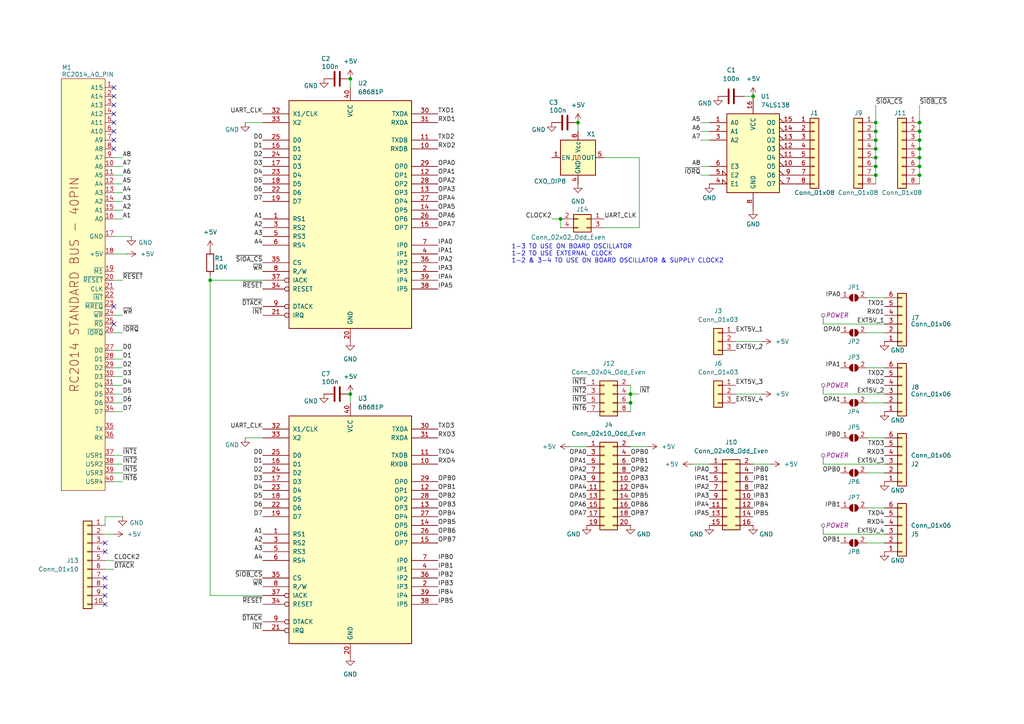
<source format=kicad_sch>
(kicad_sch (version 20231120) (generator "eeschema") (generator_version "8.0")
  (paper "A4")
  (lib_symbols
    (symbol "74xx:74LS138" (pin_names (offset 1.016))
      (property "Reference" "U" (at -7.62 11.43 0))
      (property "Value" "74LS138" (at -7.62 -13.97 0))
      (symbol "74LS138_1_0"
        (pin input line (at -12.7 7.62 0) (length 5.08) (name "A0") (number "1"))
        (pin output output_low (at 12.7 -5.08 180) (length 5.08) (name "O5") (number "10"))
        (pin output output_low (at 12.7 -2.54 180) (length 5.08) (name "O4") (number "11"))
        (pin output output_low (at 12.7 0 180) (length 5.08) (name "O3") (number "12"))
        (pin output output_low (at 12.7 2.54 180) (length 5.08) (name "O2") (number "13"))
        (pin output output_low (at 12.7 5.08 180) (length 5.08) (name "O1") (number "14"))
        (pin output output_low (at 12.7 7.62 180) (length 5.08) (name "O0") (number "15"))
        (pin power_in line (at 0 15.24 270) (length 5.08) (name "VCC") (number "16"))
        (pin input line (at -12.7 5.08 0) (length 5.08) (name "A1") (number "2"))
        (pin input line (at -12.7 2.54 0) (length 5.08) (name "A2") (number "3"))
        (pin input input_low (at -12.7 -10.16 0) (length 5.08) (name "E1") (number "4"))
        (pin input input_low (at -12.7 -7.62 0) (length 5.08) (name "E2") (number "5"))
        (pin input line (at -12.7 -5.08 0) (length 5.08) (name "E3") (number "6"))
        (pin output output_low (at 12.7 -10.16 180) (length 5.08) (name "O7") (number "7"))
        (pin power_in line (at 0 -17.78 90) (length 5.08) (name "GND") (number "8"))
        (pin output output_low (at 12.7 -7.62 180) (length 5.08) (name "O6") (number "9"))
      )
    )
    (symbol "Connector_Generic:Conn_01x03" (pin_names (offset 1.016) hide)
      (property "Reference" "J" (at 0 5.08 0))
      (property "Value" "Conn_01x03" (at 0 -5.08 0))
      (symbol "Conn_01x03_1_1"
        (pin passive line (at -5.08 2.54 0) (length 3.81) (name "Pin_1") (number "1"))
        (pin passive line (at -5.08 0 0) (length 3.81) (name "Pin_2") (number "2"))
        (pin passive line (at -5.08 -2.54 0) (length 3.81) (name "Pin_3") (number "3"))
      )
    )
    (symbol "Connector_Generic:Conn_01x06" (pin_names (offset 1.016) hide)
      (property "Reference" "J" (at 0 7.62 0))
      (property "Value" "Conn_01x06" (at 0 -10.16 0))
      (symbol "Conn_01x06_1_1"
        (pin passive line (at -5.08 5.08 0) (length 3.81) (name "Pin_1") (number "1"))
        (pin passive line (at -5.08 2.54 0) (length 3.81) (name "Pin_2") (number "2"))
        (pin passive line (at -5.08 0 0) (length 3.81) (name "Pin_3") (number "3"))
        (pin passive line (at -5.08 -2.54 0) (length 3.81) (name "Pin_4") (number "4"))
        (pin passive line (at -5.08 -5.08 0) (length 3.81) (name "Pin_5") (number "5"))
        (pin passive line (at -5.08 -7.62 0) (length 3.81) (name "Pin_6") (number "6"))
      )
    )
    (symbol "Connector_Generic:Conn_01x08" (pin_names (offset 1.016) hide)
      (property "Reference" "J" (at 0 10.16 0))
      (property "Value" "Conn_01x08" (at 0 -12.7 0))
      (symbol "Conn_01x08_1_1"
        (pin passive line (at -5.08 7.62 0) (length 3.81) (name "Pin_1") (number "1"))
        (pin passive line (at -5.08 5.08 0) (length 3.81) (name "Pin_2") (number "2"))
        (pin passive line (at -5.08 2.54 0) (length 3.81) (name "Pin_3") (number "3"))
        (pin passive line (at -5.08 0 0) (length 3.81) (name "Pin_4") (number "4"))
        (pin passive line (at -5.08 -2.54 0) (length 3.81) (name "Pin_5") (number "5"))
        (pin passive line (at -5.08 -5.08 0) (length 3.81) (name "Pin_6") (number "6"))
        (pin passive line (at -5.08 -7.62 0) (length 3.81) (name "Pin_7") (number "7"))
        (pin passive line (at -5.08 -10.16 0) (length 3.81) (name "Pin_8") (number "8"))
      )
    )
    (symbol "Connector_Generic:Conn_01x10" (pin_names (offset 1.016) hide)
      (property "Reference" "J" (at 0 12.7 0))
      (property "Value" "Conn_01x10" (at 0 -15.24 0))
      (symbol "Conn_01x10_1_1"
        (pin passive line (at -5.08 10.16 0) (length 3.81) (name "Pin_1") (number "1"))
        (pin passive line (at -5.08 -12.7 0) (length 3.81) (name "Pin_10") (number "10"))
        (pin passive line (at -5.08 7.62 0) (length 3.81) (name "Pin_2") (number "2"))
        (pin passive line (at -5.08 5.08 0) (length 3.81) (name "Pin_3") (number "3"))
        (pin passive line (at -5.08 2.54 0) (length 3.81) (name "Pin_4") (number "4"))
        (pin passive line (at -5.08 0 0) (length 3.81) (name "Pin_5") (number "5"))
        (pin passive line (at -5.08 -2.54 0) (length 3.81) (name "Pin_6") (number "6"))
        (pin passive line (at -5.08 -5.08 0) (length 3.81) (name "Pin_7") (number "7"))
        (pin passive line (at -5.08 -7.62 0) (length 3.81) (name "Pin_8") (number "8"))
        (pin passive line (at -5.08 -10.16 0) (length 3.81) (name "Pin_9") (number "9"))
      )
    )
    (symbol "Connector_Generic:Conn_02x02_Odd_Even" (pin_names (offset 1.016) hide)
      (property "Reference" "J" (at 1.27 2.54 0))
      (property "Value" "Conn_02x02_Odd_Even" (at 1.27 -5.08 0))
      (symbol "Conn_02x02_Odd_Even_1_1"
        (pin passive line (at -5.08 0 0) (length 3.81) (name "Pin_1") (number "1"))
        (pin passive line (at 7.62 0 180) (length 3.81) (name "Pin_2") (number "2"))
        (pin passive line (at -5.08 -2.54 0) (length 3.81) (name "Pin_3") (number "3"))
        (pin passive line (at 7.62 -2.54 180) (length 3.81) (name "Pin_4") (number "4"))
      )
    )
    (symbol "Connector_Generic:Conn_02x04_Odd_Even" (pin_names (offset 1.016) hide)
      (property "Reference" "J" (at 1.27 5.08 0))
      (property "Value" "Conn_02x04_Odd_Even" (at 1.27 -7.62 0))
      (symbol "Conn_02x04_Odd_Even_1_1"
        (pin passive line (at -5.08 2.54 0) (length 3.81) (name "Pin_1") (number "1"))
        (pin passive line (at 7.62 2.54 180) (length 3.81) (name "Pin_2") (number "2"))
        (pin passive line (at -5.08 0 0) (length 3.81) (name "Pin_3") (number "3"))
        (pin passive line (at 7.62 0 180) (length 3.81) (name "Pin_4") (number "4"))
        (pin passive line (at -5.08 -2.54 0) (length 3.81) (name "Pin_5") (number "5"))
        (pin passive line (at 7.62 -2.54 180) (length 3.81) (name "Pin_6") (number "6"))
        (pin passive line (at -5.08 -5.08 0) (length 3.81) (name "Pin_7") (number "7"))
        (pin passive line (at 7.62 -5.08 180) (length 3.81) (name "Pin_8") (number "8"))
      )
    )
    (symbol "Connector_Generic:Conn_02x08_Odd_Even" (pin_names (offset 1.016) hide)
      (property "Reference" "J" (at 1.27 10.16 0))
      (property "Value" "Conn_02x08_Odd_Even" (at 1.27 -12.7 0))
      (symbol "Conn_02x08_Odd_Even_1_1"
        (pin passive line (at -5.08 7.62 0) (length 3.81) (name "Pin_1") (number "1"))
        (pin passive line (at 7.62 -2.54 180) (length 3.81) (name "Pin_10") (number "10"))
        (pin passive line (at -5.08 -5.08 0) (length 3.81) (name "Pin_11") (number "11"))
        (pin passive line (at 7.62 -5.08 180) (length 3.81) (name "Pin_12") (number "12"))
        (pin passive line (at -5.08 -7.62 0) (length 3.81) (name "Pin_13") (number "13"))
        (pin passive line (at 7.62 -7.62 180) (length 3.81) (name "Pin_14") (number "14"))
        (pin passive line (at -5.08 -10.16 0) (length 3.81) (name "Pin_15") (number "15"))
        (pin passive line (at 7.62 -10.16 180) (length 3.81) (name "Pin_16") (number "16"))
        (pin passive line (at 7.62 7.62 180) (length 3.81) (name "Pin_2") (number "2"))
        (pin passive line (at -5.08 5.08 0) (length 3.81) (name "Pin_3") (number "3"))
        (pin passive line (at 7.62 5.08 180) (length 3.81) (name "Pin_4") (number "4"))
        (pin passive line (at -5.08 2.54 0) (length 3.81) (name "Pin_5") (number "5"))
        (pin passive line (at 7.62 2.54 180) (length 3.81) (name "Pin_6") (number "6"))
        (pin passive line (at -5.08 0 0) (length 3.81) (name "Pin_7") (number "7"))
        (pin passive line (at 7.62 0 180) (length 3.81) (name "Pin_8") (number "8"))
        (pin passive line (at -5.08 -2.54 0) (length 3.81) (name "Pin_9") (number "9"))
      )
    )
    (symbol "Connector_Generic:Conn_02x10_Odd_Even" (pin_names (offset 1.016) hide)
      (property "Reference" "J" (at 1.27 12.7 0))
      (property "Value" "Conn_02x10_Odd_Even" (at 1.27 -15.24 0))
      (symbol "Conn_02x10_Odd_Even_1_1"
        (pin passive line (at -5.08 10.16 0) (length 3.81) (name "Pin_1") (number "1"))
        (pin passive line (at 7.62 0 180) (length 3.81) (name "Pin_10") (number "10"))
        (pin passive line (at -5.08 -2.54 0) (length 3.81) (name "Pin_11") (number "11"))
        (pin passive line (at 7.62 -2.54 180) (length 3.81) (name "Pin_12") (number "12"))
        (pin passive line (at -5.08 -5.08 0) (length 3.81) (name "Pin_13") (number "13"))
        (pin passive line (at 7.62 -5.08 180) (length 3.81) (name "Pin_14") (number "14"))
        (pin passive line (at -5.08 -7.62 0) (length 3.81) (name "Pin_15") (number "15"))
        (pin passive line (at 7.62 -7.62 180) (length 3.81) (name "Pin_16") (number "16"))
        (pin passive line (at -5.08 -10.16 0) (length 3.81) (name "Pin_17") (number "17"))
        (pin passive line (at 7.62 -10.16 180) (length 3.81) (name "Pin_18") (number "18"))
        (pin passive line (at -5.08 -12.7 0) (length 3.81) (name "Pin_19") (number "19"))
        (pin passive line (at 7.62 10.16 180) (length 3.81) (name "Pin_2") (number "2"))
        (pin passive line (at 7.62 -12.7 180) (length 3.81) (name "Pin_20") (number "20"))
        (pin passive line (at -5.08 7.62 0) (length 3.81) (name "Pin_3") (number "3"))
        (pin passive line (at 7.62 7.62 180) (length 3.81) (name "Pin_4") (number "4"))
        (pin passive line (at -5.08 5.08 0) (length 3.81) (name "Pin_5") (number "5"))
        (pin passive line (at 7.62 5.08 180) (length 3.81) (name "Pin_6") (number "6"))
        (pin passive line (at -5.08 2.54 0) (length 3.81) (name "Pin_7") (number "7"))
        (pin passive line (at 7.62 2.54 180) (length 3.81) (name "Pin_8") (number "8"))
        (pin passive line (at -5.08 0 0) (length 3.81) (name "Pin_9") (number "9"))
      )
    )
    (symbol "Device:C" (pin_numbers hide) (pin_names (offset 0.254))
      (property "Reference" "C" (at 0.635 2.54 0))
      (property "Value" "C" (at 0.635 -2.54 0))
      (symbol "C_1_1"
        (pin passive line (at 0 3.81 270) (length 2.794) (name "~") (number "1"))
        (pin passive line (at 0 -3.81 90) (length 2.794) (name "~") (number "2"))
      )
    )
    (symbol "Device:R" (pin_numbers hide) (pin_names (offset 0))
      (property "Reference" "R" (at 2.032 0 90))
      (property "Value" "R" (at 0 0 90))
      (symbol "R_1_1"
        (pin passive line (at 0 3.81 270) (length 1.27) (name "~") (number "1"))
        (pin passive line (at 0 -3.81 90) (length 1.27) (name "~") (number "2"))
      )
    )
    (symbol "Jumper:SolderJumper_2_Open" (pin_names (offset 0) hide)
      (property "Reference" "JP" (at 0 2.032 0))
      (property "Value" "SolderJumper_2_Open" (at 0 -2.54 0))
      (symbol "SolderJumper_2_Open_1_1"
        (pin passive line (at -3.81 0 0) (length 2.54) (name "A") (number "1"))
        (pin passive line (at 3.81 0 180) (length 2.54) (name "B") (number "2"))
      )
    )
    (symbol "MyLibrary2023:68681P" (pin_names (offset 1.016))
      (property "Reference" "U" (at 0 3.81 0))
      (property "Value" "68681P" (at 0 -2.54 0))
      (symbol "68681P_1_1"
        (pin input line (at -25.4 0 0) (length 7.62) (name "RS1") (number "1"))
        (pin input line (at 25.4 20.32 180) (length 7.62) (name "RXDB") (number "10"))
        (pin output line (at 25.4 22.86 180) (length 7.62) (name "TXDB") (number "11"))
        (pin output line (at 25.4 12.7 180) (length 7.62) (name "OP1") (number "12"))
        (pin output line (at 25.4 7.62 180) (length 7.62) (name "OP3") (number "13"))
        (pin output line (at 25.4 2.54 180) (length 7.62) (name "OP5") (number "14"))
        (pin output line (at 25.4 -2.54 180) (length 7.62) (name "OP7") (number "15"))
        (pin tri_state line (at -25.4 20.32 0) (length 7.62) (name "D1") (number "16"))
        (pin tri_state line (at -25.4 15.24 0) (length 7.62) (name "D3") (number "17"))
        (pin tri_state line (at -25.4 10.16 0) (length 7.62) (name "D5") (number "18"))
        (pin tri_state line (at -25.4 5.08 0) (length 7.62) (name "D7") (number "19"))
        (pin input line (at 25.4 -15.24 180) (length 7.62) (name "IP3") (number "2"))
        (pin power_in line (at 0 -35.56 90) (length 3.81) (name "GND") (number "20"))
        (pin output inverted (at -25.4 -27.94 0) (length 7.62) (name "IRQ") (number "21"))
        (pin tri_state line (at -25.4 7.62 0) (length 7.62) (name "D6") (number "22"))
        (pin tri_state line (at -25.4 12.7 0) (length 7.62) (name "D4") (number "23"))
        (pin tri_state line (at -25.4 17.78 0) (length 7.62) (name "D2") (number "24"))
        (pin tri_state line (at -25.4 22.86 0) (length 7.62) (name "D0") (number "25"))
        (pin output line (at 25.4 0 180) (length 7.62) (name "OP6") (number "26"))
        (pin output line (at 25.4 5.08 180) (length 7.62) (name "OP4") (number "27"))
        (pin output line (at 25.4 10.16 180) (length 7.62) (name "OP2") (number "28"))
        (pin output line (at 25.4 15.24 180) (length 7.62) (name "OP0") (number "29"))
        (pin input line (at -25.4 -2.54 0) (length 7.62) (name "RS2") (number "3"))
        (pin output line (at 25.4 30.48 180) (length 7.62) (name "TXDA") (number "30"))
        (pin input line (at 25.4 27.94 180) (length 7.62) (name "RXDA") (number "31"))
        (pin input line (at -25.4 30.48 0) (length 7.62) (name "X1/CLK") (number "32"))
        (pin input line (at -25.4 27.94 0) (length 7.62) (name "X2") (number "33"))
        (pin input inverted (at -25.4 -20.32 0) (length 7.62) (name "RESET") (number "34"))
        (pin input line (at -25.4 -12.7 0) (length 7.62) (name "CS") (number "35"))
        (pin input line (at 25.4 -12.7 180) (length 7.62) (name "IP2") (number "36"))
        (pin input inverted (at -25.4 -17.78 0) (length 7.62) (name "IACK") (number "37"))
        (pin input line (at 25.4 -20.32 180) (length 7.62) (name "IP5") (number "38"))
        (pin input line (at 25.4 -17.78 180) (length 7.62) (name "IP4") (number "39"))
        (pin input line (at 25.4 -10.16 180) (length 7.62) (name "IP1") (number "4"))
        (pin power_in line (at 0 38.1 270) (length 3.81) (name "VCC") (number "40"))
        (pin input line (at -25.4 -5.08 0) (length 7.62) (name "RS3") (number "5"))
        (pin input line (at -25.4 -7.62 0) (length 7.62) (name "RS4") (number "6"))
        (pin input line (at 25.4 -7.62 180) (length 7.62) (name "IP0") (number "7"))
        (pin input line (at -25.4 -15.24 0) (length 7.62) (name "R/W") (number "8"))
        (pin open_collector inverted (at -25.4 -25.4 0) (length 7.62) (name "DTACK") (number "9"))
      )
    )
    (symbol "MyLibrary2023:RC2014_40_PIN"
      (property "Reference" "M" (at -6.35 57.15 0))
      (property "Value" "RC2014_40_PIN" (at 0 -64.77 0))
      (symbol "RC2014_40_PIN_1_1"
        (text "RC2014 STANDARD BUS - 40PIN" (at -3.81 -3.81 900) (effects (font (size 2.5 2.5))))
        (pin bidirectional line (at 7.62 53.34 180) (length 2.54) (name "A15") (number "1"))
        (pin bidirectional line (at 7.62 30.48 180) (length 2.54) (name "A6") (number "10"))
        (pin bidirectional line (at 7.62 27.94 180) (length 2.54) (name "A5") (number "11"))
        (pin bidirectional line (at 7.62 25.4 180) (length 2.54) (name "A4") (number "12"))
        (pin bidirectional line (at 7.62 22.86 180) (length 2.54) (name "A3") (number "13"))
        (pin bidirectional line (at 7.62 20.32 180) (length 2.54) (name "A2") (number "14"))
        (pin bidirectional line (at 7.62 17.78 180) (length 2.54) (name "A1") (number "15"))
        (pin bidirectional line (at 7.62 15.24 180) (length 2.54) (name "A0") (number "16"))
        (pin power_out line (at 7.62 10.16 180) (length 2.54) (name "GND") (number "17"))
        (pin bidirectional line (at 7.62 5.08 180) (length 2.54) (name "+5V") (number "18"))
        (pin bidirectional line (at 7.62 0 180) (length 2.54) (name "~{M1}") (number "19"))
        (pin bidirectional line (at 7.62 50.8 180) (length 2.54) (name "A14") (number "2"))
        (pin bidirectional line (at 7.62 -2.54 180) (length 2.54) (name "~{RESET}") (number "20"))
        (pin bidirectional line (at 7.62 -5.08 180) (length 2.54) (name "CLK") (number "21"))
        (pin bidirectional line (at 7.62 -7.62 180) (length 2.54) (name "~{INT}") (number "22"))
        (pin bidirectional line (at 7.62 -10.16 180) (length 2.54) (name "~{MREQ}") (number "23"))
        (pin bidirectional line (at 7.62 -12.7 180) (length 2.54) (name "~{WR}") (number "24"))
        (pin bidirectional line (at 7.62 -15.24 180) (length 2.54) (name "~{RD}") (number "25"))
        (pin bidirectional line (at 7.62 -17.78 180) (length 2.54) (name "~{IORQ}") (number "26"))
        (pin bidirectional line (at 7.62 -22.86 180) (length 2.54) (name "D0") (number "27"))
        (pin bidirectional line (at 7.62 -25.4 180) (length 2.54) (name "D1") (number "28"))
        (pin bidirectional line (at 7.62 -27.94 180) (length 2.54) (name "D2") (number "29"))
        (pin bidirectional line (at 7.62 48.26 180) (length 2.54) (name "A13") (number "3"))
        (pin bidirectional line (at 7.62 -30.48 180) (length 2.54) (name "D3") (number "30"))
        (pin bidirectional line (at 7.62 -33.02 180) (length 2.54) (name "D4") (number "31"))
        (pin bidirectional line (at 7.62 -35.56 180) (length 2.54) (name "D5") (number "32"))
        (pin bidirectional line (at 7.62 -38.1 180) (length 2.54) (name "D6") (number "33"))
        (pin bidirectional line (at 7.62 -40.64 180) (length 2.54) (name "D7") (number "34"))
        (pin bidirectional line (at 7.62 -45.72 180) (length 2.54) (name "TX") (number "35"))
        (pin bidirectional line (at 7.62 -48.26 180) (length 2.54) (name "RX") (number "36"))
        (pin bidirectional line (at 7.62 -53.34 180) (length 2.54) (name "USR1") (number "37"))
        (pin bidirectional line (at 7.62 -55.88 180) (length 2.54) (name "USR2") (number "38"))
        (pin bidirectional line (at 7.62 -58.42 180) (length 2.54) (name "USR3") (number "39"))
        (pin bidirectional line (at 7.62 45.72 180) (length 2.54) (name "A12") (number "4"))
        (pin bidirectional line (at 7.62 -60.96 180) (length 2.54) (name "USR4") (number "40"))
        (pin bidirectional line (at 7.62 43.18 180) (length 2.54) (name "A11") (number "5"))
        (pin bidirectional line (at 7.62 40.64 180) (length 2.54) (name "A10") (number "6"))
        (pin bidirectional line (at 7.62 38.1 180) (length 2.54) (name "A9") (number "7"))
        (pin bidirectional line (at 7.62 35.56 180) (length 2.54) (name "A8") (number "8"))
        (pin bidirectional line (at 7.62 33.02 180) (length 2.54) (name "A7") (number "9"))
      )
    )
    (symbol "Oscillator:CXO_DIP8" (pin_names (offset 0.254))
      (property "Reference" "X" (at -5.08 6.35 0))
      (property "Value" "CXO_DIP8" (at 1.27 -6.35 0))
      (symbol "CXO_DIP8_1_1"
        (pin input line (at -7.62 0 0) (length 2.54) (name "EN") (number "1"))
        (pin power_in line (at 0 -7.62 90) (length 2.54) (name "GND") (number "4"))
        (pin output line (at 7.62 0 180) (length 2.54) (name "OUT") (number "5"))
        (pin power_in line (at 0 7.62 270) (length 2.54) (name "Vcc") (number "8"))
      )
    )
    (symbol "power:+5V" (power) (pin_numbers hide) (pin_names (offset 0) hide)
      (property "Value" "+5V" (at 0 3.556 0))
      (symbol "+5V_1_1"
        (pin power_in line (at 0 0 90) (length 0) (name "~") (number "1"))
      )
    )
    (symbol "power:GND" (power) (pin_numbers hide) (pin_names (offset 0) hide)
      (property "Value" "GND" (at 0 -3.81 0))
      (symbol "GND_1_1"
        (pin power_in line (at 0 0 270) (length 0) (name "~") (number "1"))
      )
    )
  )
  (junction (at 254 40.64))
  (junction (at 60.96 81.28))
  (junction (at 266.7 38.1))
  (junction (at 254 38.1))
  (junction (at 254 35.56))
  (junction (at 266.7 48.26))
  (junction (at 182.88 114.3))
  (junction (at 266.7 50.8))
  (junction (at 266.7 35.56))
  (junction (at 266.7 43.18))
  (junction (at 266.7 40.64))
  (junction (at 218.44 27.94))
  (junction (at 254 45.72))
  (junction (at 266.7 45.72))
  (junction (at 101.6 22.86))
  (junction (at 254 50.8))
  (junction (at 254 43.18))
  (junction (at 167.64 35.56))
  (junction (at 254 48.26))
  (junction (at 182.88 116.84))
  (junction (at 162.56 63.5))
  (junction (at 101.6 114.3))
  (no_connect (at 30.48 175.26))
  (no_connect (at 33.02 25.4))
  (no_connect (at 30.48 167.64))
  (no_connect (at 33.02 43.18))
  (no_connect (at 33.02 27.94))
  (no_connect (at 30.48 160.02))
  (no_connect (at 30.48 157.48))
  (no_connect (at 33.02 88.9))
  (no_connect (at 33.02 38.1))
  (no_connect (at 33.02 33.02))
  (no_connect (at 33.02 40.64))
  (no_connect (at 33.02 93.98))
  (no_connect (at 33.02 35.56))
  (no_connect (at 30.48 170.18))
  (no_connect (at 30.48 172.72))
  (no_connect (at 33.02 30.48))
  (wire (pts (xy 33.02 119.38) (xy 35.56 119.38)))
  (wire (pts (xy 251.46 127) (xy 256.54 127)))
  (wire (pts (xy 33.02 48.26) (xy 35.56 48.26)))
  (wire (pts (xy 33.02 116.84) (xy 35.56 116.84)))
  (wire (pts (xy 101.6 22.86) (xy 101.6 25.4)))
  (wire (pts (xy 162.56 63.5) (xy 160.02 63.5)))
  (wire (pts (xy 33.02 96.52) (xy 35.56 96.52)))
  (wire (pts (xy 35.56 149.86) (xy 30.48 149.86)))
  (wire (pts (xy 33.02 114.3) (xy 35.56 114.3)))
  (wire (pts (xy 215.9 27.94) (xy 218.44 27.94)))
  (wire (pts (xy 254 48.26) (xy 254 50.8)))
  (wire (pts (xy 33.02 111.76) (xy 35.56 111.76)))
  (wire (pts (xy 76.2 81.28) (xy 60.96 81.28)))
  (wire (pts (xy 165.1 129.54) (xy 170.18 129.54)))
  (wire (pts (xy 251.46 106.68) (xy 256.54 106.68)))
  (wire (pts (xy 251.46 137.16) (xy 256.54 137.16)))
  (wire (pts (xy 254 50.8) (xy 254 53.34)))
  (wire (pts (xy 182.88 129.54) (xy 187.96 129.54)))
  (wire (pts (xy 35.56 63.5) (xy 33.02 63.5)))
  (wire (pts (xy 35.56 139.7) (xy 33.02 139.7)))
  (wire (pts (xy 71.12 35.56) (xy 76.2 35.56)))
  (wire (pts (xy 33.02 68.58) (xy 38.1 68.58)))
  (wire (pts (xy 175.26 66.04) (xy 185.42 66.04)))
  (wire (pts (xy 30.48 165.1) (xy 33.02 165.1)))
  (wire (pts (xy 254 38.1) (xy 254 40.64)))
  (wire (pts (xy 238.76 93.98) (xy 256.54 93.98)))
  (wire (pts (xy 33.02 53.34) (xy 35.56 53.34)))
  (wire (pts (xy 266.7 30.48) (xy 266.7 35.56)))
  (wire (pts (xy 182.88 116.84) (xy 182.88 119.38)))
  (wire (pts (xy 266.7 50.8) (xy 266.7 53.34)))
  (wire (pts (xy 35.56 55.88) (xy 33.02 55.88)))
  (wire (pts (xy 203.2 48.26) (xy 205.74 48.26)))
  (wire (pts (xy 182.88 111.76) (xy 182.88 114.3)))
  (wire (pts (xy 33.02 104.14) (xy 35.56 104.14)))
  (wire (pts (xy 203.2 40.64) (xy 205.74 40.64)))
  (wire (pts (xy 33.02 50.8) (xy 35.56 50.8)))
  (wire (pts (xy 33.02 91.44) (xy 35.56 91.44)))
  (wire (pts (xy 71.12 127) (xy 76.2 127)))
  (wire (pts (xy 33.02 154.94) (xy 30.48 154.94)))
  (wire (pts (xy 254 30.48) (xy 254 35.56)))
  (wire (pts (xy 218.44 134.62) (xy 223.52 134.62)))
  (wire (pts (xy 35.56 134.62) (xy 33.02 134.62)))
  (wire (pts (xy 76.2 172.72) (xy 60.96 172.72)))
  (wire (pts (xy 185.42 66.04) (xy 185.42 45.72)))
  (wire (pts (xy 266.7 48.26) (xy 266.7 50.8)))
  (wire (pts (xy 101.6 114.3) (xy 101.6 116.84)))
  (wire (pts (xy 185.42 114.3) (xy 182.88 114.3)))
  (wire (pts (xy 33.02 162.56) (xy 30.48 162.56)))
  (wire (pts (xy 251.46 116.84) (xy 256.54 116.84)))
  (wire (pts (xy 238.76 134.62) (xy 256.54 134.62)))
  (wire (pts (xy 254 35.56) (xy 254 38.1)))
  (wire (pts (xy 33.02 73.66) (xy 36.83 73.66)))
  (wire (pts (xy 238.76 154.94) (xy 256.54 154.94)))
  (wire (pts (xy 162.56 63.5) (xy 162.56 66.04)))
  (wire (pts (xy 33.02 101.6) (xy 35.56 101.6)))
  (wire (pts (xy 167.64 35.56) (xy 167.64 38.1)))
  (wire (pts (xy 203.2 35.56) (xy 205.74 35.56)))
  (wire (pts (xy 33.02 81.28) (xy 35.56 81.28)))
  (wire (pts (xy 266.7 45.72) (xy 266.7 48.26)))
  (wire (pts (xy 251.46 96.52) (xy 256.54 96.52)))
  (wire (pts (xy 35.56 132.08) (xy 33.02 132.08)))
  (wire (pts (xy 238.76 114.3) (xy 256.54 114.3)))
  (wire (pts (xy 266.7 38.1) (xy 266.7 40.64)))
  (wire (pts (xy 251.46 147.32) (xy 256.54 147.32)))
  (wire (pts (xy 33.02 109.22) (xy 35.56 109.22)))
  (wire (pts (xy 33.02 45.72) (xy 35.56 45.72)))
  (wire (pts (xy 254 45.72) (xy 254 48.26)))
  (wire (pts (xy 182.88 114.3) (xy 182.88 116.84)))
  (wire (pts (xy 60.96 81.28) (xy 60.96 172.72)))
  (wire (pts (xy 254 40.64) (xy 254 43.18)))
  (wire (pts (xy 203.2 50.8) (xy 205.74 50.8)))
  (wire (pts (xy 175.26 45.72) (xy 185.42 45.72)))
  (wire (pts (xy 251.46 86.36) (xy 256.54 86.36)))
  (wire (pts (xy 200.66 134.62) (xy 205.74 134.62)))
  (wire (pts (xy 266.7 35.56) (xy 266.7 38.1)))
  (wire (pts (xy 60.96 81.28) (xy 60.96 80.01)))
  (wire (pts (xy 35.56 60.96) (xy 33.02 60.96)))
  (wire (pts (xy 30.48 149.86) (xy 30.48 152.4)))
  (wire (pts (xy 254 43.18) (xy 254 45.72)))
  (wire (pts (xy 266.7 40.64) (xy 266.7 43.18)))
  (wire (pts (xy 35.56 137.16) (xy 33.02 137.16)))
  (wire (pts (xy 33.02 106.68) (xy 35.56 106.68)))
  (wire (pts (xy 266.7 43.18) (xy 266.7 45.72)))
  (wire (pts (xy 203.2 38.1) (xy 205.74 38.1)))
  (wire (pts (xy 213.36 99.06) (xy 220.98 99.06)))
  (wire (pts (xy 213.36 114.3) (xy 220.98 114.3)))
  (wire (pts (xy 251.46 157.48) (xy 256.54 157.48)))
  (wire (pts (xy 35.56 58.42) (xy 33.02 58.42)))
  (text "1-3 TO USE ON BOARD OSCILLATOR\n1-2 TO USE EXTERNAL CLOCK\n1-2 & 3-4 TO USE ON BOARD OSCILLATOR & SUPPLY CLOCK2" (at 148.336 73.66 0) (effects (font (size 1.27 1.27)) (justify left)))
  (label "IPA1" (at 127 73.66 0))
  (label "TXD2" (at 256.54 109.22 180))
  (label "IPA3" (at 205.74 144.78 180))
  (label "OPB5" (at 127 152.4 0))
  (label "A4" (at 76.2 162.56 180))
  (label "A6" (at 203.2 38.1 180))
  (label "RXD3" (at 256.54 132.08 180))
  (label "RXD2" (at 256.54 111.76 180))
  (label "~{SIOA_CS}" (at 76.2 76.2 180))
  (label "OPA6" (at 170.18 147.32 180))
  (label "~{INT2}" (at 35.56 134.62 0))
  (label "OPA2" (at 127 53.34 0))
  (label "IPB3" (at 218.44 144.78 0))
  (label "A3" (at 76.2 68.58 180))
  (label "~{INT1}" (at 170.18 111.76 180))
  (label "EXT5V_2" (at 256.54 114.3 180))
  (label "A4" (at 76.2 71.12 180))
  (label "A2" (at 76.2 157.48 180))
  (label "A6" (at 35.56 50.8 0))
  (label "~{INT}" (at 76.2 182.88 180))
  (label "IPA1" (at 243.84 106.68 180))
  (label "OPA5" (at 170.18 144.78 180))
  (label "IPB0" (at 218.44 137.16 0))
  (label "A8" (at 203.2 48.26 180))
  (label "OPB0" (at 243.84 137.16 180))
  (label "~{INT1}" (at 35.56 132.08 0))
  (label "EXT5V_2" (at 213.36 101.6 0))
  (label "OPA4" (at 170.18 142.24 180))
  (label "A7" (at 203.2 40.64 180))
  (label "A3" (at 35.56 58.42 0))
  (label "~{INT6}" (at 35.56 139.7 0))
  (label "IPA5" (at 127 83.82 0))
  (label "D4" (at 76.2 142.24 180))
  (label "OPB1" (at 127 142.24 0))
  (label "CLOCK2" (at 33.02 162.56 0))
  (label "OPB4" (at 182.88 142.24 0))
  (label "OPB1" (at 182.88 134.62 0))
  (label "EXT5V_4" (at 213.36 116.84 0))
  (label "OPA1" (at 170.18 134.62 180))
  (label "D2" (at 35.56 106.68 0))
  (label "A1" (at 76.2 154.94 180))
  (label "D2" (at 76.2 137.16 180))
  (label "RXD4" (at 256.54 152.4 180))
  (label "D2" (at 76.2 45.72 180))
  (label "UART_CLK" (at 76.2 33.02 180))
  (label "IPA0" (at 127 71.12 0))
  (label "~{IORQ}" (at 35.56 96.52 0))
  (label "OPA0" (at 243.84 96.52 180))
  (label "IPB0" (at 127 162.56 0))
  (label "A5" (at 203.2 35.56 180))
  (label "EXT5V_1" (at 256.54 93.98 180))
  (label "OPA0" (at 127 48.26 0))
  (label "~{DTACK}" (at 76.2 180.34 180))
  (label "D1" (at 76.2 43.18 180))
  (label "IPB5" (at 127 175.26 0))
  (label "OPA7" (at 127 66.04 0))
  (label "~{RESET}" (at 76.2 83.82 180))
  (label "A1" (at 35.56 63.5 0))
  (label "A7" (at 35.56 48.26 0))
  (label "D0" (at 35.56 101.6 0))
  (label "RXD2" (at 127 43.18 0))
  (label "A2" (at 76.2 66.04 180))
  (label "D4" (at 35.56 111.76 0))
  (label "TXD1" (at 256.54 88.9 180))
  (label "D7" (at 76.2 149.86 180))
  (label "OPB7" (at 127 157.48 0))
  (label "~{SIOB_CS}" (at 76.2 167.64 180))
  (label "OPA0" (at 170.18 132.08 180))
  (label "IPB1" (at 127 165.1 0))
  (label "D3" (at 76.2 139.7 180))
  (label "OPA2" (at 170.18 137.16 180))
  (label "TXD1" (at 127 33.02 0))
  (label "IPA5" (at 205.74 149.86 180))
  (label "RXD1" (at 127 35.56 0))
  (label "OPB3" (at 127 147.32 0))
  (label "D4" (at 76.2 50.8 180))
  (label "~{RESET}" (at 76.2 175.26 180))
  (label "IPB4" (at 127 172.72 0))
  (label "~{WR}" (at 76.2 170.18 180))
  (label "~{INT5}" (at 170.18 116.84 180))
  (label "~{INT}" (at 185.42 114.3 0))
  (label "OPB6" (at 127 154.94 0))
  (label "A8" (at 35.56 45.72 0))
  (label "IPB2" (at 218.44 142.24 0))
  (label "CLOCK2" (at 160.02 63.5 180))
  (label "~{WR}" (at 76.2 78.74 180))
  (label "EXT5V_4" (at 256.54 154.94 180))
  (label "EXT5V_3" (at 256.54 134.62 180))
  (label "IPB1" (at 243.84 147.32 180))
  (label "IPB4" (at 218.44 147.32 0))
  (label "A5" (at 35.56 53.34 0))
  (label "D1" (at 35.56 104.14 0))
  (label "OPB3" (at 182.88 139.7 0))
  (label "~{SIOA_CS}" (at 254 30.48 0))
  (label "OPA1" (at 243.84 116.84 180))
  (label "D5" (at 76.2 53.34 180))
  (label "D7" (at 35.56 119.38 0))
  (label "OPA7" (at 170.18 149.86 180))
  (label "TXD3" (at 127 124.46 0))
  (label "IPA4" (at 205.74 147.32 180))
  (label "OPB2" (at 182.88 137.16 0))
  (label "IPB1" (at 218.44 139.7 0))
  (label "IPB5" (at 218.44 149.86 0))
  (label "A1" (at 76.2 63.5 180))
  (label "EXT5V_1" (at 213.36 96.52 0))
  (label "IPA1" (at 205.74 139.7 180))
  (label "OPA3" (at 127 55.88 0))
  (label "OPB4" (at 127 149.86 0))
  (label "RXD4" (at 127 134.62 0))
  (label "OPB0" (at 182.88 132.08 0))
  (label "A2" (at 35.56 60.96 0))
  (label "OPB5" (at 182.88 144.78 0))
  (label "OPA4" (at 127 58.42 0))
  (label "A4" (at 35.56 55.88 0))
  (label "D0" (at 76.2 40.64 180))
  (label "A3" (at 76.2 160.02 180))
  (label "D5" (at 76.2 144.78 180))
  (label "D3" (at 76.2 48.26 180))
  (label "EXT5V_3" (at 213.36 111.76 0))
  (label "D6" (at 76.2 55.88 180))
  (label "OPA5" (at 127 60.96 0))
  (label "D1" (at 76.2 134.62 180))
  (label "~{SIOB_CS}" (at 266.7 30.48 0))
  (label "OPB2" (at 127 144.78 0))
  (label "D5" (at 35.56 114.3 0))
  (label "D3" (at 35.56 109.22 0))
  (label "~{INT5}" (at 35.56 137.16 0))
  (label "RXD1" (at 256.54 91.44 180))
  (label "IPB2" (at 127 167.64 0))
  (label "TXD2" (at 127 40.64 0))
  (label "D0" (at 76.2 132.08 180))
  (label "IPB3" (at 127 170.18 0))
  (label "IPA2" (at 127 76.2 0))
  (label "IPA4" (at 127 81.28 0))
  (label "IPA0" (at 243.84 86.36 180))
  (label "OPA6" (at 127 63.5 0))
  (label "TXD3" (at 256.54 129.54 180))
  (label "~{INT}" (at 76.2 91.44 180))
  (label "TXD4" (at 127 132.08 0))
  (label "IPA0" (at 205.74 137.16 180))
  (label "UART_CLK" (at 76.2 124.46 180))
  (label "OPB6" (at 182.88 147.32 0))
  (label "~{INT2}" (at 170.18 114.3 180))
  (label "D7" (at 76.2 58.42 180))
  (label "D6" (at 35.56 116.84 0))
  (label "OPA3" (at 170.18 139.7 180))
  (label "IPA2" (at 205.74 142.24 180))
  (label "OPB7" (at 182.88 149.86 0))
  (label "~{WR}" (at 35.56 91.44 0))
  (label "~{DTACK}" (at 33.02 165.1 0))
  (label "IPB0" (at 243.84 127 180))
  (label "OPB0" (at 127 139.7 0))
  (label "~{RESET}" (at 35.56 81.28 0))
  (label "~{INT6}" (at 170.18 119.38 180))
  (label "~{IORQ}" (at 203.2 50.8 180))
  (label "OPB1" (at 243.84 157.48 180))
  (label "~{DTACK}" (at 76.2 88.9 180))
  (label "UART_CLK" (at 175.26 63.5 0))
  (label "RXD3" (at 127 127 0))
  (label "IPA3" (at 127 78.74 0))
  (label "D6" (at 76.2 147.32 180))
  (label "OPA1" (at 127 50.8 0))
  (label "TXD4" (at 256.54 149.86 180))
  (netclass_flag "" (length 2.54) (shape round) (at 238.76 134.62 0) (property "Netclass" "POWER" (at 239.4585 132.08 0) (effects (font (italic yes)) (justify left))))
  (netclass_flag "" (length 2.54) (shape round) (at 238.76 93.98 0) (property "Netclass" "POWER" (at 239.4585 91.44 0) (effects (font (italic yes)) (justify left))))
  (netclass_flag "" (length 2.54) (shape round) (at 238.76 114.3 0) (property "Netclass" "POWER" (at 239.4585 111.76 0) (effects (font (italic yes)) (justify left))))
  (netclass_flag "" (length 2.54) (shape round) (at 238.76 154.94 0) (property "Netclass" "POWER" (at 239.4585 152.4 0) (effects (font (italic yes)) (justify left))))
  (symbol (lib_id "Connector_Generic:Conn_01x06") (at 261.62 114.3 0) (mirror x) (unit 1)
    (property "Reference" "J8" (at 265.43 112.268 0))
    (property "Value" "Conn_01x06" (at 270.002 114.3 0))
    (property "Footprint" "Connector_PinSocket_2.54mm:PinSocket_1x06_P2.54mm_Horizontal" (effects (hide yes)))
  )
  (symbol (lib_id "power:+5V") (at 223.52 134.62 270) (unit 1)
    (property "Reference" "#PWR028" (effects (hide yes)))
    (property "Value" "+5V" (at 227.33 134.62 90) (effects (justify left)))
  )
  (symbol (lib_id "Connector_Generic:Conn_02x08_Odd_Even") (at 210.82 142.24 0) (unit 1)
    (property "Reference" "J10" (at 212.09 128.27 0))
    (property "Value" "Conn_02x08_Odd_Even" (at 212.09 130.81 0))
    (property "Footprint" "Connector_PinHeader_2.54mm:PinHeader_2x08_P2.54mm_Horizontal" (effects (hide yes)))
    (property "Description" "Generic connector, double row, 02x08, odd/even pin numbering scheme (row 1 odd numbers, row 2 even numbers), script generated (kicad-library-utils/schlib/autogen/connector/)" (effects (hide yes)))
  )
  (symbol (lib_id "power:GND") (at 160.02 35.56 0) (mirror y) (unit 1)
    (property "Reference" "#PWR09" (effects (hide yes)))
    (property "Value" "GND" (at 156.21 37.592 0))
    (property "Description" "Power symbol creates a global label with name \"GND\" , ground" (effects (hide yes)))
  )
  (symbol (lib_id "Jumper:SolderJumper_2_Open") (at 247.65 86.36 0) (unit 1)
    (property "Reference" "JP1" (at 247.65 83.312 0))
    (property "Value" "SolderJumper" (effects (hide yes)))
    (property "Footprint" "Jumper:SolderJumper-2_P1.3mm_Open_Pad1.0x1.5mm" (effects (hide yes)))
    (property "Description" "Solder Jumper, 2-pole, open" (effects (hide yes)))
  )
  (symbol (lib_id "power:GND") (at 38.1 68.58 0) (mirror y) (unit 1)
    (property "Reference" "#PWR01" (effects (hide yes)))
    (property "Value" "GND" (at 42.164 70.358 0))
    (property "Description" "Power symbol creates a global label with name \"GND\" , ground" (effects (hide yes)))
  )
  (symbol (lib_id "power:+5V") (at 220.98 99.06 270) (unit 1)
    (property "Reference" "#PWR010" (effects (hide yes)))
    (property "Value" "+5V" (at 224.79 99.06 90) (effects (justify left)))
  )
  (symbol (lib_id "Connector_Generic:Conn_02x10_Odd_Even") (at 175.26 139.7 0) (unit 1)
    (property "Reference" "J4" (at 176.53 123.19 0))
    (property "Value" "Conn_02x10_Odd_Even" (at 176.53 125.73 0))
    (property "Footprint" "Connector_PinHeader_2.54mm:PinHeader_2x10_P2.54mm_Horizontal" (effects (hide yes)))
    (property "Description" "Generic connector, double row, 02x10, odd/even pin numbering scheme (row 1 odd numbers, row 2 even numbers), script generated (kicad-library-utils/schlib/autogen/connector/)" (effects (hide yes)))
  )
  (symbol (lib_id "power:GND") (at 35.56 149.86 0) (mirror y) (unit 1)
    (property "Reference" "#PWR023" (effects (hide yes)))
    (property "Value" "GND" (at 39.624 151.638 0))
    (property "Description" "Power symbol creates a global label with name \"GND\" , ground" (effects (hide yes)))
  )
  (symbol (lib_id "MyLibrary2023:RC2014_40_PIN") (at 25.4 78.74 0) (unit 1)
    (property "Reference" "M1" (at 20.828 19.558 0) (effects (justify right)))
    (property "Value" "RC2014_40_PIN" (at 33.02 21.59 0) (effects (justify right)))
    (property "Footprint" "MyLibrary2023:RC2014_STD_40_PIN" (effects (hide yes)))
    (property "Description" "RC2014 Standard Bus 40 Pin" (effects (hide yes)))
  )
  (symbol (lib_id "power:+5V") (at 218.44 27.94 0) (unit 1)
    (property "Reference" "#PWR04" (effects (hide yes)))
    (property "Value" "+5V" (at 218.44 22.86 0))
  )
  (symbol (lib_id "power:GND") (at 93.98 114.3 0) (mirror y) (unit 1)
    (property "Reference" "#PWR011" (effects (hide yes)))
    (property "Value" "GND" (at 90.17 116.332 0))
    (property "Description" "Power symbol creates a global label with name \"GND\" , ground" (effects (hide yes)))
  )
  (symbol (lib_id "power:GND") (at 93.98 22.86 0) (mirror y) (unit 1)
    (property "Reference" "#PWR06" (effects (hide yes)))
    (property "Value" "GND" (at 90.17 24.892 0))
    (property "Description" "Power symbol creates a global label with name \"GND\" , ground" (effects (hide yes)))
  )
  (symbol (lib_id "Jumper:SolderJumper_2_Open") (at 247.65 137.16 0) (unit 1)
    (property "Reference" "JP6" (at 247.65 139.7 0))
    (property "Value" "SolderJumper" (effects (hide yes)))
    (property "Footprint" "Jumper:SolderJumper-2_P1.3mm_Open_Pad1.0x1.5mm" (effects (hide yes)))
    (property "Description" "Solder Jumper, 2-pole, open" (effects (hide yes)))
  )
  (symbol (lib_id "power:GND") (at 71.12 35.56 0) (mirror y) (unit 1)
    (property "Reference" "#PWR020" (effects (hide yes)))
    (property "Value" "GND" (at 67.31 37.592 0))
    (property "Description" "Power symbol creates a global label with name \"GND\" , ground" (effects (hide yes)))
  )
  (symbol (lib_id "power:GND") (at 218.44 152.4 0) (unit 1)
    (property "Reference" "#PWR032" (effects (hide yes)))
    (property "Value" "GND" (at 222.25 154.94 0))
  )
  (symbol (lib_id "Connector_Generic:Conn_02x02_Odd_Even") (at 170.18 63.5 0) (mirror y) (unit 1)
    (property "Reference" "J14" (at 168.91 60.706 0))
    (property "Value" "Conn_02x02_Odd_Even" (at 164.846 68.834 0))
    (property "Footprint" "Connector_PinHeader_2.54mm:PinHeader_2x02_P2.54mm_Vertical" (effects (hide yes)))
    (property "Description" "Generic connector, double row, 02x02, odd/even pin numbering scheme (row 1 odd numbers, row 2 even numbers), script generated (kicad-library-utils/schlib/autogen/connector/)" (effects (hide yes)))
  )
  (symbol (lib_id "power:GND") (at 170.18 152.4 0) (mirror y) (unit 1)
    (property "Reference" "#PWR029" (effects (hide yes)))
    (property "Value" "GND" (at 166.37 154.94 0))
  )
  (symbol (lib_id "Device:C") (at 97.79 22.86 90) (unit 1)
    (property "Reference" "C2" (at 94.488 17.018 90))
    (property "Value" "100n" (at 95.758 19.304 90))
    (property "Footprint" "Capacitor_THT:C_Disc_D5.0mm_W2.5mm_P2.50mm" (effects (hide yes)))
    (property "Description" "Unpolarized capacitor" (effects (hide yes)))
  )
  (symbol (lib_id "power:+5V") (at 60.96 72.39 0) (unit 1)
    (property "Reference" "#PWR015" (effects (hide yes)))
    (property "Value" "+5V" (at 60.96 67.31 0))
  )
  (symbol (lib_id "MyLibrary2023:68681P") (at 101.6 154.94 0) (unit 1)
    (property "Reference" "U3" (at 103.7941 115.57 0) (effects (justify left)))
    (property "Value" "68681P" (at 103.7941 118.11 0) (effects (justify left)))
    (property "Footprint" "Package_DIP:DIP-40_W15.24mm_Socket" (effects (hide yes)))
    (property "Description" "DUART" (effects (hide yes)))
  )
  (symbol (lib_id "Device:C") (at 163.83 35.56 90) (unit 1)
    (property "Reference" "C3" (at 160.528 29.718 90))
    (property "Value" "100n" (at 161.798 32.004 90))
    (property "Footprint" "Capacitor_THT:C_Disc_D5.0mm_W2.5mm_P2.50mm" (effects (hide yes)))
    (property "Description" "Unpolarized capacitor" (effects (hide yes)))
  )
  (symbol (lib_id "power:GND") (at 205.74 53.34 0) (unit 1)
    (property "Reference" "#PWR027" (effects (hide yes)))
    (property "Value" "GND" (at 205.74 57.404 0))
  )
  (symbol (lib_id "Device:R") (at 60.96 76.2 0) (mirror x) (unit 1)
    (property "Reference" "R1" (at 62.23 74.93 0) (effects (justify left)))
    (property "Value" "10K" (at 62.23 77.47 0) (effects (justify left)))
    (property "Footprint" "Resistor_THT:R_Axial_DIN0207_L6.3mm_D2.5mm_P7.62mm_Horizontal" (effects (hide yes)))
  )
  (symbol (lib_id "power:GND") (at 208.28 27.94 0) (mirror y) (unit 1)
    (property "Reference" "#PWR05" (effects (hide yes)))
    (property "Value" "GND" (at 204.47 29.972 0))
    (property "Description" "Power symbol creates a global label with name \"GND\" , ground" (effects (hide yes)))
  )
  (symbol (lib_id "Device:C") (at 212.09 27.94 90) (unit 1)
    (property "Reference" "C1" (at 212.09 20.32 90))
    (property "Value" "100n" (at 212.09 22.86 90))
    (property "Footprint" "Capacitor_THT:C_Disc_D5.0mm_W2.5mm_P2.50mm" (effects (hide yes)))
    (property "Description" "Unpolarized capacitor" (effects (hide yes)))
  )
  (symbol (lib_id "power:+5V") (at 101.6 22.86 0) (unit 1)
    (property "Reference" "#PWR017" (effects (hide yes)))
    (property "Value" "+5V" (at 101.6 17.78 0))
  )
  (symbol (lib_id "power:GND") (at 71.12 127 0) (mirror y) (unit 1)
    (property "Reference" "#PWR016" (effects (hide yes)))
    (property "Value" "GND" (at 67.31 129.032 0))
    (property "Description" "Power symbol creates a global label with name \"GND\" , ground" (effects (hide yes)))
  )
  (symbol (lib_id "power:+5V") (at 200.66 134.62 90) (mirror x) (unit 1)
    (property "Reference" "#PWR025" (effects (hide yes)))
    (property "Value" "+5V" (at 196.85 134.62 90) (effects (justify left)))
  )
  (symbol (lib_id "Connector_Generic:Conn_01x06") (at 261.62 134.62 0) (mirror x) (unit 1)
    (property "Reference" "J2" (at 264.16 134.62 0) (effects (justify left)))
    (property "Value" "Conn_01x06" (at 264.16 132.08 0) (effects (justify left)))
    (property "Footprint" "Connector_PinSocket_2.54mm:PinSocket_1x06_P2.54mm_Horizontal" (effects (hide yes)))
  )
  (symbol (lib_id "Connector_Generic:Conn_01x10") (at 25.4 162.56 0) (mirror y) (unit 1)
    (property "Reference" "J13" (at 22.86 162.5599 0) (effects (justify left)))
    (property "Value" "Conn_01x10" (at 22.86 165.0999 0) (effects (justify left)))
    (property "Footprint" "Connector_PinHeader_2.54mm:PinHeader_1x10_P2.54mm_Vertical" (effects (hide yes)))
    (property "Description" "Generic connector, single row, 01x10, script generated (kicad-library-utils/schlib/autogen/connector/)" (effects (hide yes)))
  )
  (symbol (lib_id "power:GND") (at 256.54 99.06 0) (unit 1)
    (property "Reference" "#PWR021" (effects (hide yes)))
    (property "Value" "GND" (at 260.35 101.6 0))
  )
  (symbol (lib_id "power:GND") (at 218.44 60.96 0) (unit 1)
    (property "Reference" "#PWR03" (effects (hide yes)))
    (property "Value" "GND" (at 218.44 65.024 0))
  )
  (symbol (lib_id "Connector_Generic:Conn_01x08") (at 248.92 43.18 0) (mirror y) (unit 1)
    (property "Reference" "J9" (at 250.19 32.766 0) (effects (justify left)))
    (property "Value" "Conn_01x08" (at 254.762 55.88 0) (effects (justify left)))
    (property "Footprint" "Connector_PinHeader_2.54mm:PinHeader_1x08_P2.54mm_Vertical" (effects (hide yes)))
    (property "Description" "Generic connector, single row, 01x08, script generated (kicad-library-utils/schlib/autogen/connector/)" (effects (hide yes)))
  )
  (symbol (lib_id "Oscillator:CXO_DIP8") (at 167.64 45.72 0) (unit 1)
    (property "Reference" "X1" (at 171.45 38.862 0))
    (property "Value" "CXO_DIP8" (at 159.512 52.578 0))
    (property "Footprint" "Oscillator:Oscillator_DIP-8" (effects (hide yes)))
    (property "Datasheet" "http://cdn-reichelt.de/documents/datenblatt/B400/OSZI.pdf" (effects (hide yes)))
    (property "Description" "Crystal Clock Oscillator, DIP8-style metal package" (effects (hide yes)))
  )
  (symbol (lib_id "power:+5V") (at 167.64 35.56 0) (unit 1)
    (property "Reference" "#PWR014" (effects (hide yes)))
    (property "Value" "+5V" (at 167.64 30.48 0))
  )
  (symbol (lib_id "power:GND") (at 101.6 190.5 0) (unit 1)
    (property "Reference" "#PWR013" (effects (hide yes)))
    (property "Value" "GND" (at 101.6 195.58 0))
  )
  (symbol (lib_id "power:+5V") (at 165.1 129.54 90) (mirror x) (unit 1)
    (property "Reference" "#PWR024" (effects (hide yes)))
    (property "Value" "+5V" (at 161.29 129.54 90) (effects (justify left)))
  )
  (symbol (lib_id "power:+5V") (at 220.98 114.3 270) (unit 1)
    (property "Reference" "#PWR08" (effects (hide yes)))
    (property "Value" "+5V" (at 224.79 114.3 90) (effects (justify left)))
  )
  (symbol (lib_id "power:+5V") (at 101.6 114.3 0) (unit 1)
    (property "Reference" "#PWR012" (effects (hide yes)))
    (property "Value" "+5V" (at 101.6 109.22 0))
  )
  (symbol (lib_id "power:GND") (at 182.88 152.4 0) (unit 1)
    (property "Reference" "#PWR030" (effects (hide yes)))
    (property "Value" "GND" (at 186.69 154.94 0))
  )
  (symbol (lib_id "MyLibrary2023:68681P") (at 101.6 63.5 0) (unit 1)
    (property "Reference" "U2" (at 103.7941 24.13 0) (effects (justify left)))
    (property "Value" "68681P" (at 103.7941 26.67 0) (effects (justify left)))
    (property "Footprint" "Package_DIP:DIP-40_W15.24mm_Socket" (effects (hide yes)))
    (property "Description" "DUART" (effects (hide yes)))
  )
  (symbol (lib_id "power:GND") (at 256.54 160.02 0) (unit 1)
    (property "Reference" "#PWR034" (effects (hide yes)))
    (property "Value" "GND" (at 260.35 162.56 0))
  )
  (symbol (lib_id "Jumper:SolderJumper_2_Open") (at 247.65 96.52 0) (unit 1)
    (property "Reference" "JP2" (at 247.65 99.06 0))
    (property "Value" "SolderJumper" (effects (hide yes)))
    (property "Footprint" "Jumper:SolderJumper-2_P1.3mm_Open_Pad1.0x1.5mm" (effects (hide yes)))
    (property "Description" "Solder Jumper, 2-pole, open" (effects (hide yes)))
  )
  (symbol (lib_id "Connector_Generic:Conn_01x03") (at 208.28 99.06 0) (mirror y) (unit 1)
    (property "Reference" "J3" (at 208.28 90.17 0))
    (property "Value" "Conn_01x03" (at 208.28 92.71 0))
    (property "Footprint" "Connector_PinHeader_2.54mm:PinHeader_1x03_P2.54mm_Vertical" (effects (hide yes)))
    (property "Description" "Generic connector, single row, 01x03, script generated (kicad-library-utils/schlib/autogen/connector/)" (effects (hide yes)))
  )
  (symbol (lib_id "Jumper:SolderJumper_2_Open") (at 247.65 116.84 0) (unit 1)
    (property "Reference" "JP4" (at 247.65 119.38 0))
    (property "Value" "SolderJumper" (effects (hide yes)))
    (property "Footprint" "Jumper:SolderJumper-2_P1.3mm_Open_Pad1.0x1.5mm" (effects (hide yes)))
    (property "Description" "Solder Jumper, 2-pole, open" (effects (hide yes)))
  )
  (symbol (lib_id "Jumper:SolderJumper_2_Open") (at 247.65 127 0) (unit 1)
    (property "Reference" "JP5" (at 247.65 123.952 0))
    (property "Value" "SolderJumper" (effects (hide yes)))
    (property "Footprint" "Jumper:SolderJumper-2_P1.3mm_Open_Pad1.0x1.5mm" (effects (hide yes)))
    (property "Description" "Solder Jumper, 2-pole, open" (effects (hide yes)))
  )
  (symbol (lib_id "power:+5V") (at 36.83 73.66 270) (mirror x) (unit 1)
    (property "Reference" "#PWR02" (effects (hide yes)))
    (property "Value" "+5V" (at 40.64 73.6599 90) (effects (justify left)))
    (property "Description" "Power symbol creates a global label with name \"+5V\"" (effects (hide yes)))
  )
  (symbol (lib_id "Device:C") (at 97.79 114.3 90) (unit 1)
    (property "Reference" "C7" (at 94.488 108.458 90))
    (property "Value" "100n" (at 95.758 110.744 90))
    (property "Footprint" "Capacitor_THT:C_Disc_D5.0mm_W2.5mm_P2.50mm" (effects (hide yes)))
    (property "Description" "Unpolarized capacitor" (effects (hide yes)))
  )
  (symbol (lib_id "Jumper:SolderJumper_2_Open") (at 247.65 106.68 0) (unit 1)
    (property "Reference" "JP3" (at 247.65 103.632 0))
    (property "Value" "SolderJumper" (effects (hide yes)))
    (property "Footprint" "Jumper:SolderJumper-2_P1.3mm_Open_Pad1.0x1.5mm" (effects (hide yes)))
    (property "Description" "Solder Jumper, 2-pole, open" (effects (hide yes)))
  )
  (symbol (lib_id "power:+5V") (at 187.96 129.54 270) (unit 1)
    (property "Reference" "#PWR026" (effects (hide yes)))
    (property "Value" "+5V" (at 191.77 129.54 90) (effects (justify left)))
  )
  (symbol (lib_id "power:GND") (at 101.6 99.06 0) (unit 1)
    (property "Reference" "#PWR018" (effects (hide yes)))
    (property "Value" "GND" (at 101.6 104.14 0))
  )
  (symbol (lib_id "Jumper:SolderJumper_2_Open") (at 247.65 147.32 0) (unit 1)
    (property "Reference" "JP7" (at 247.65 144.272 0))
    (property "Value" "SolderJumper" (effects (hide yes)))
    (property "Footprint" "Jumper:SolderJumper-2_P1.3mm_Open_Pad1.0x1.5mm" (effects (hide yes)))
    (property "Description" "Solder Jumper, 2-pole, open" (effects (hide yes)))
  )
  (symbol (lib_id "Connector_Generic:Conn_01x06") (at 261.62 93.98 0) (mirror x) (unit 1)
    (property "Reference" "J7" (at 265.43 92.202 0))
    (property "Value" "Conn_01x06" (at 270.002 93.98 0))
    (property "Footprint" "Connector_PinSocket_2.54mm:PinSocket_1x06_P2.54mm_Horizontal" (effects (hide yes)))
  )
  (symbol (lib_id "Connector_Generic:Conn_02x04_Odd_Even") (at 175.26 114.3 0) (unit 1)
    (property "Reference" "J12" (at 176.53 105.41 0))
    (property "Value" "Conn_02x04_Odd_Even" (at 176.53 107.95 0))
    (property "Footprint" "Connector_PinHeader_2.54mm:PinHeader_2x04_P2.54mm_Vertical" (effects (hide yes)))
    (property "Description" "Generic connector, double row, 02x04, odd/even pin numbering scheme (row 1 odd numbers, row 2 even numbers), script generated (kicad-library-utils/schlib/autogen/connector/)" (effects (hide yes)))
  )
  (symbol (lib_id "power:GND") (at 256.54 139.7 0) (unit 1)
    (property "Reference" "#PWR033" (effects (hide yes)))
    (property "Value" "GND" (at 260.35 142.24 0))
  )
  (symbol (lib_id "Connector_Generic:Conn_01x06") (at 261.62 154.94 0) (mirror x) (unit 1)
    (property "Reference" "J5" (at 264.16 154.94 0) (effects (justify left)))
    (property "Value" "Conn_01x06" (at 264.16 152.4 0) (effects (justify left)))
    (property "Footprint" "Connector_PinSocket_2.54mm:PinSocket_1x06_P2.54mm_Horizontal" (effects (hide yes)))
  )
  (symbol (lib_id "Connector_Generic:Conn_01x03") (at 208.28 114.3 0) (mirror y) (unit 1)
    (property "Reference" "J6" (at 208.28 105.41 0))
    (property "Value" "Conn_01x03" (at 208.28 107.95 0))
    (property "Footprint" "Connector_PinHeader_2.54mm:PinHeader_1x03_P2.54mm_Vertical" (effects (hide yes)))
    (property "Description" "Generic connector, single row, 01x03, script generated (kicad-library-utils/schlib/autogen/connector/)" (effects (hide yes)))
  )
  (symbol (lib_id "74xx:74LS138") (at 218.44 43.18 0) (unit 1)
    (property "Reference" "U1" (at 220.6341 27.94 0) (effects (justify left)))
    (property "Value" "74LS138" (at 220.6341 30.48 0) (effects (justify left)))
    (property "Footprint" "Package_DIP:DIP-16_W7.62mm_Socket" (effects (hide yes)))
    (property "Datasheet" "http://www.ti.com/lit/gpn/sn74LS138" (effects (hide yes)))
    (property "Description" "Decoder 3 to 8 active low outputs" (effects (hide yes)))
  )
  (symbol (lib_id "power:GND") (at 205.74 152.4 0) (mirror y) (unit 1)
    (property "Reference" "#PWR031" (effects (hide yes)))
    (property "Value" "GND" (at 201.93 154.94 0))
  )
  (symbol (lib_id "power:GND") (at 256.54 119.38 0) (unit 1)
    (property "Reference" "#PWR022" (effects (hide yes)))
    (property "Value" "GND" (at 260.35 121.92 0))
  )
  (symbol (lib_id "power:+5V") (at 33.02 154.94 270) (mirror x) (unit 1)
    (property "Reference" "#PWR019" (effects (hide yes)))
    (property "Value" "+5V" (at 36.83 154.9399 90) (effects (justify left)))
    (property "Description" "Power symbol creates a global label with name \"+5V\"" (effects (hide yes)))
  )
  (symbol (lib_id "Connector_Generic:Conn_01x08") (at 261.62 43.18 0) (mirror y) (unit 1)
    (property "Reference" "J11" (at 262.89 32.766 0) (effects (justify left)))
    (property "Value" "Conn_01x08" (at 267.462 55.88 0) (effects (justify left)))
    (property "Footprint" "Connector_PinHeader_2.54mm:PinHeader_1x08_P2.54mm_Vertical" (effects (hide yes)))
    (property "Description" "Generic connector, single row, 01x08, script generated (kicad-library-utils/schlib/autogen/connector/)" (effects (hide yes)))
  )
  (symbol (lib_id "Connector_Generic:Conn_01x08") (at 236.22 43.18 0) (unit 1)
    (property "Reference" "J1" (at 234.95 32.766 0) (effects (justify left)))
    (property "Value" "Conn_01x08" (at 230.378 55.88 0) (effects (justify left)))
    (property "Footprint" "Connector_PinHeader_2.54mm:PinHeader_1x08_P2.54mm_Vertical" (effects (hide yes)))
    (property "Description" "Generic connector, single row, 01x08, script generated (kicad-library-utils/schlib/autogen/connector/)" (effects (hide yes)))
  )
  (symbol (lib_id "power:GND") (at 167.64 53.34 0) (unit 1)
    (property "Reference" "#PWR07" (effects (hide yes)))
    (property "Value" "GND" (at 167.64 58.42 0))
  )
  (symbol (lib_id "Jumper:SolderJumper_2_Open") (at 247.65 157.48 0) (unit 1)
    (property "Reference" "JP8" (at 247.65 160.02 0))
    (property "Value" "SolderJumper" (effects (hide yes)))
    (property "Footprint" "Jumper:SolderJumper-2_P1.3mm_Open_Pad1.0x1.5mm" (effects (hide yes)))
    (property "Description" "Solder Jumper, 2-pole, open" (effects (hide yes)))
  )
)
</source>
